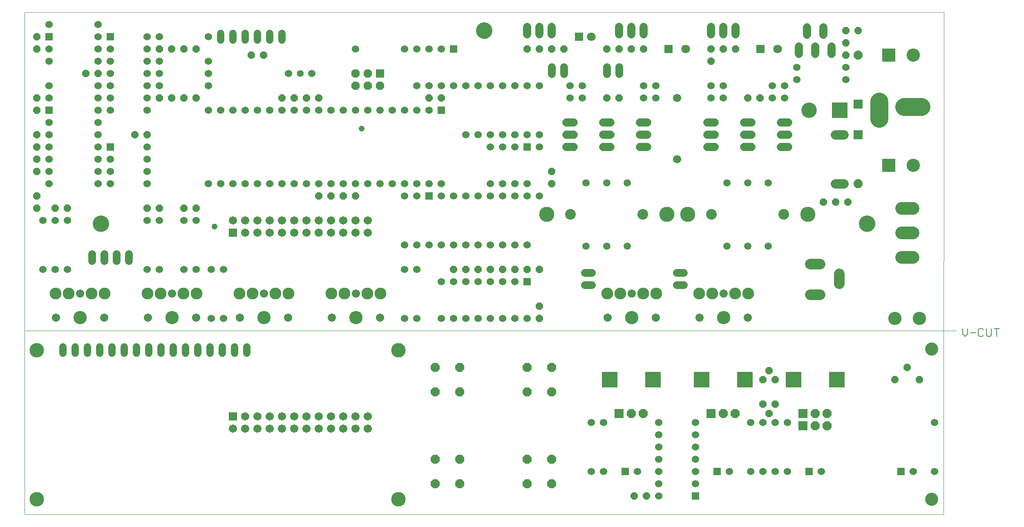
<source format=gbs>
G75*
%MOIN*%
%OFA0B0*%
%FSLAX24Y24*%
%IPPOS*%
%LPD*%
%AMOC8*
5,1,8,0,0,1.08239X$1,22.5*
%
%ADD10C,0.0000*%
%ADD11C,0.1340*%
%ADD12C,0.1064*%
%ADD13C,0.0060*%
%ADD14C,0.0867*%
%ADD15OC8,0.0600*%
%ADD16R,0.1080X0.1080*%
%ADD17C,0.1080*%
%ADD18C,0.0740*%
%ADD19R,0.0740X0.0740*%
%ADD20R,0.0600X0.0600*%
%ADD21C,0.0600*%
%ADD22C,0.0867*%
%ADD23C,0.0680*%
%ADD24C,0.0674*%
%ADD25C,0.0595*%
%ADD26C,0.1182*%
%ADD27C,0.0966*%
%ADD28C,0.0671*%
%ADD29C,0.1025*%
%ADD30R,0.0730X0.0730*%
%ADD31OC8,0.0730*%
%ADD32R,0.1307X0.1307*%
%ADD33OC8,0.0740*%
%ADD34C,0.0710*%
%ADD35R,0.0710X0.0710*%
%ADD36C,0.0640*%
%ADD37C,0.0780*%
%ADD38R,0.0674X0.0674*%
%ADD39C,0.0600*%
%ADD40OC8,0.0674*%
%ADD41C,0.1480*%
%ADD42C,0.0050*%
%ADD43C,0.0592*%
%ADD44C,0.1230*%
%ADD45C,0.0555*%
%ADD46C,0.1261*%
%ADD47OC8,0.0611*%
%ADD48C,0.0476*%
%ADD49R,0.1261X0.1261*%
D10*
X000500Y000250D02*
X000500Y015250D01*
X076500Y015250D01*
X074008Y013750D02*
X074010Y013794D01*
X074016Y013838D01*
X074026Y013881D01*
X074039Y013923D01*
X074057Y013963D01*
X074078Y014002D01*
X074102Y014039D01*
X074129Y014074D01*
X074160Y014106D01*
X074193Y014135D01*
X074229Y014161D01*
X074267Y014183D01*
X074307Y014202D01*
X074348Y014218D01*
X074391Y014230D01*
X074434Y014238D01*
X074478Y014242D01*
X074522Y014242D01*
X074566Y014238D01*
X074609Y014230D01*
X074652Y014218D01*
X074693Y014202D01*
X074733Y014183D01*
X074771Y014161D01*
X074807Y014135D01*
X074840Y014106D01*
X074871Y014074D01*
X074898Y014039D01*
X074922Y014002D01*
X074943Y013963D01*
X074961Y013923D01*
X074974Y013881D01*
X074984Y013838D01*
X074990Y013794D01*
X074992Y013750D01*
X074990Y013706D01*
X074984Y013662D01*
X074974Y013619D01*
X074961Y013577D01*
X074943Y013537D01*
X074922Y013498D01*
X074898Y013461D01*
X074871Y013426D01*
X074840Y013394D01*
X074807Y013365D01*
X074771Y013339D01*
X074733Y013317D01*
X074693Y013298D01*
X074652Y013282D01*
X074609Y013270D01*
X074566Y013262D01*
X074522Y013258D01*
X074478Y013258D01*
X074434Y013262D01*
X074391Y013270D01*
X074348Y013282D01*
X074307Y013298D01*
X074267Y013317D01*
X074229Y013339D01*
X074193Y013365D01*
X074160Y013394D01*
X074129Y013426D01*
X074102Y013461D01*
X074078Y013498D01*
X074057Y013537D01*
X074039Y013577D01*
X074026Y013619D01*
X074016Y013662D01*
X074010Y013706D01*
X074008Y013750D01*
X059213Y016313D02*
X059215Y016347D01*
X059221Y016381D01*
X059231Y016414D01*
X059244Y016445D01*
X059262Y016475D01*
X059282Y016503D01*
X059306Y016528D01*
X059332Y016550D01*
X059360Y016568D01*
X059391Y016584D01*
X059423Y016596D01*
X059457Y016604D01*
X059491Y016608D01*
X059525Y016608D01*
X059559Y016604D01*
X059593Y016596D01*
X059625Y016584D01*
X059655Y016568D01*
X059684Y016550D01*
X059710Y016528D01*
X059734Y016503D01*
X059754Y016475D01*
X059772Y016445D01*
X059785Y016414D01*
X059795Y016381D01*
X059801Y016347D01*
X059803Y016313D01*
X059801Y016279D01*
X059795Y016245D01*
X059785Y016212D01*
X059772Y016181D01*
X059754Y016151D01*
X059734Y016123D01*
X059710Y016098D01*
X059684Y016076D01*
X059656Y016058D01*
X059625Y016042D01*
X059593Y016030D01*
X059559Y016022D01*
X059525Y016018D01*
X059491Y016018D01*
X059457Y016022D01*
X059423Y016030D01*
X059391Y016042D01*
X059360Y016058D01*
X059332Y016076D01*
X059306Y016098D01*
X059282Y016123D01*
X059262Y016151D01*
X059244Y016181D01*
X059231Y016212D01*
X059221Y016245D01*
X059215Y016279D01*
X059213Y016313D01*
X055276Y016313D02*
X055278Y016347D01*
X055284Y016381D01*
X055294Y016414D01*
X055307Y016445D01*
X055325Y016475D01*
X055345Y016503D01*
X055369Y016528D01*
X055395Y016550D01*
X055423Y016568D01*
X055454Y016584D01*
X055486Y016596D01*
X055520Y016604D01*
X055554Y016608D01*
X055588Y016608D01*
X055622Y016604D01*
X055656Y016596D01*
X055688Y016584D01*
X055718Y016568D01*
X055747Y016550D01*
X055773Y016528D01*
X055797Y016503D01*
X055817Y016475D01*
X055835Y016445D01*
X055848Y016414D01*
X055858Y016381D01*
X055864Y016347D01*
X055866Y016313D01*
X055864Y016279D01*
X055858Y016245D01*
X055848Y016212D01*
X055835Y016181D01*
X055817Y016151D01*
X055797Y016123D01*
X055773Y016098D01*
X055747Y016076D01*
X055719Y016058D01*
X055688Y016042D01*
X055656Y016030D01*
X055622Y016022D01*
X055588Y016018D01*
X055554Y016018D01*
X055520Y016022D01*
X055486Y016030D01*
X055454Y016042D01*
X055423Y016058D01*
X055395Y016076D01*
X055369Y016098D01*
X055345Y016123D01*
X055325Y016151D01*
X055307Y016181D01*
X055294Y016212D01*
X055284Y016245D01*
X055278Y016279D01*
X055276Y016313D01*
X051713Y016313D02*
X051715Y016347D01*
X051721Y016381D01*
X051731Y016414D01*
X051744Y016445D01*
X051762Y016475D01*
X051782Y016503D01*
X051806Y016528D01*
X051832Y016550D01*
X051860Y016568D01*
X051891Y016584D01*
X051923Y016596D01*
X051957Y016604D01*
X051991Y016608D01*
X052025Y016608D01*
X052059Y016604D01*
X052093Y016596D01*
X052125Y016584D01*
X052155Y016568D01*
X052184Y016550D01*
X052210Y016528D01*
X052234Y016503D01*
X052254Y016475D01*
X052272Y016445D01*
X052285Y016414D01*
X052295Y016381D01*
X052301Y016347D01*
X052303Y016313D01*
X052301Y016279D01*
X052295Y016245D01*
X052285Y016212D01*
X052272Y016181D01*
X052254Y016151D01*
X052234Y016123D01*
X052210Y016098D01*
X052184Y016076D01*
X052156Y016058D01*
X052125Y016042D01*
X052093Y016030D01*
X052059Y016022D01*
X052025Y016018D01*
X051991Y016018D01*
X051957Y016022D01*
X051923Y016030D01*
X051891Y016042D01*
X051860Y016058D01*
X051832Y016076D01*
X051806Y016098D01*
X051782Y016123D01*
X051762Y016151D01*
X051744Y016181D01*
X051731Y016212D01*
X051721Y016245D01*
X051715Y016279D01*
X051713Y016313D01*
X049744Y018281D02*
X049746Y018315D01*
X049752Y018349D01*
X049762Y018382D01*
X049775Y018413D01*
X049793Y018443D01*
X049813Y018471D01*
X049837Y018496D01*
X049863Y018518D01*
X049891Y018536D01*
X049922Y018552D01*
X049954Y018564D01*
X049988Y018572D01*
X050022Y018576D01*
X050056Y018576D01*
X050090Y018572D01*
X050124Y018564D01*
X050156Y018552D01*
X050186Y018536D01*
X050215Y018518D01*
X050241Y018496D01*
X050265Y018471D01*
X050285Y018443D01*
X050303Y018413D01*
X050316Y018382D01*
X050326Y018349D01*
X050332Y018315D01*
X050334Y018281D01*
X050332Y018247D01*
X050326Y018213D01*
X050316Y018180D01*
X050303Y018149D01*
X050285Y018119D01*
X050265Y018091D01*
X050241Y018066D01*
X050215Y018044D01*
X050187Y018026D01*
X050156Y018010D01*
X050124Y017998D01*
X050090Y017990D01*
X050056Y017986D01*
X050022Y017986D01*
X049988Y017990D01*
X049954Y017998D01*
X049922Y018010D01*
X049891Y018026D01*
X049863Y018044D01*
X049837Y018066D01*
X049813Y018091D01*
X049793Y018119D01*
X049775Y018149D01*
X049762Y018180D01*
X049752Y018213D01*
X049746Y018247D01*
X049744Y018281D01*
X047776Y016313D02*
X047778Y016347D01*
X047784Y016381D01*
X047794Y016414D01*
X047807Y016445D01*
X047825Y016475D01*
X047845Y016503D01*
X047869Y016528D01*
X047895Y016550D01*
X047923Y016568D01*
X047954Y016584D01*
X047986Y016596D01*
X048020Y016604D01*
X048054Y016608D01*
X048088Y016608D01*
X048122Y016604D01*
X048156Y016596D01*
X048188Y016584D01*
X048218Y016568D01*
X048247Y016550D01*
X048273Y016528D01*
X048297Y016503D01*
X048317Y016475D01*
X048335Y016445D01*
X048348Y016414D01*
X048358Y016381D01*
X048364Y016347D01*
X048366Y016313D01*
X048364Y016279D01*
X048358Y016245D01*
X048348Y016212D01*
X048335Y016181D01*
X048317Y016151D01*
X048297Y016123D01*
X048273Y016098D01*
X048247Y016076D01*
X048219Y016058D01*
X048188Y016042D01*
X048156Y016030D01*
X048122Y016022D01*
X048088Y016018D01*
X048054Y016018D01*
X048020Y016022D01*
X047986Y016030D01*
X047954Y016042D01*
X047923Y016058D01*
X047895Y016076D01*
X047869Y016098D01*
X047845Y016123D01*
X047825Y016151D01*
X047807Y016181D01*
X047794Y016212D01*
X047784Y016245D01*
X047778Y016279D01*
X047776Y016313D01*
X057244Y018281D02*
X057246Y018315D01*
X057252Y018349D01*
X057262Y018382D01*
X057275Y018413D01*
X057293Y018443D01*
X057313Y018471D01*
X057337Y018496D01*
X057363Y018518D01*
X057391Y018536D01*
X057422Y018552D01*
X057454Y018564D01*
X057488Y018572D01*
X057522Y018576D01*
X057556Y018576D01*
X057590Y018572D01*
X057624Y018564D01*
X057656Y018552D01*
X057686Y018536D01*
X057715Y018518D01*
X057741Y018496D01*
X057765Y018471D01*
X057785Y018443D01*
X057803Y018413D01*
X057816Y018382D01*
X057826Y018349D01*
X057832Y018315D01*
X057834Y018281D01*
X057832Y018247D01*
X057826Y018213D01*
X057816Y018180D01*
X057803Y018149D01*
X057785Y018119D01*
X057765Y018091D01*
X057741Y018066D01*
X057715Y018044D01*
X057687Y018026D01*
X057656Y018010D01*
X057624Y017998D01*
X057590Y017990D01*
X057556Y017986D01*
X057522Y017986D01*
X057488Y017990D01*
X057454Y017998D01*
X057422Y018010D01*
X057391Y018026D01*
X057363Y018044D01*
X057337Y018066D01*
X057313Y018091D01*
X057293Y018119D01*
X057275Y018149D01*
X057262Y018180D01*
X057252Y018213D01*
X057246Y018247D01*
X057244Y018281D01*
X056151Y024750D02*
X056153Y024789D01*
X056159Y024828D01*
X056169Y024866D01*
X056182Y024903D01*
X056199Y024938D01*
X056219Y024972D01*
X056243Y025003D01*
X056270Y025032D01*
X056299Y025058D01*
X056331Y025081D01*
X056365Y025101D01*
X056401Y025117D01*
X056438Y025129D01*
X056477Y025138D01*
X056516Y025143D01*
X056555Y025144D01*
X056594Y025141D01*
X056633Y025134D01*
X056670Y025123D01*
X056707Y025109D01*
X056742Y025091D01*
X056775Y025070D01*
X056806Y025045D01*
X056834Y025018D01*
X056859Y024988D01*
X056881Y024955D01*
X056900Y024921D01*
X056915Y024885D01*
X056927Y024847D01*
X056935Y024809D01*
X056939Y024770D01*
X056939Y024730D01*
X056935Y024691D01*
X056927Y024653D01*
X056915Y024615D01*
X056900Y024579D01*
X056881Y024545D01*
X056859Y024512D01*
X056834Y024482D01*
X056806Y024455D01*
X056775Y024430D01*
X056742Y024409D01*
X056707Y024391D01*
X056670Y024377D01*
X056633Y024366D01*
X056594Y024359D01*
X056555Y024356D01*
X056516Y024357D01*
X056477Y024362D01*
X056438Y024371D01*
X056401Y024383D01*
X056365Y024399D01*
X056331Y024419D01*
X056299Y024442D01*
X056270Y024468D01*
X056243Y024497D01*
X056219Y024528D01*
X056199Y024562D01*
X056182Y024597D01*
X056169Y024634D01*
X056159Y024672D01*
X056153Y024711D01*
X056151Y024750D01*
X054025Y024750D02*
X054027Y024797D01*
X054033Y024845D01*
X054043Y024891D01*
X054056Y024937D01*
X054073Y024981D01*
X054094Y025024D01*
X054119Y025064D01*
X054146Y025103D01*
X054177Y025139D01*
X054211Y025173D01*
X054247Y025204D01*
X054286Y025231D01*
X054326Y025256D01*
X054369Y025277D01*
X054413Y025294D01*
X054459Y025307D01*
X054505Y025317D01*
X054553Y025323D01*
X054600Y025325D01*
X054647Y025323D01*
X054695Y025317D01*
X054741Y025307D01*
X054787Y025294D01*
X054831Y025277D01*
X054874Y025256D01*
X054914Y025231D01*
X054953Y025204D01*
X054989Y025173D01*
X055023Y025139D01*
X055054Y025103D01*
X055081Y025064D01*
X055106Y025024D01*
X055127Y024981D01*
X055144Y024937D01*
X055157Y024891D01*
X055167Y024845D01*
X055173Y024797D01*
X055175Y024750D01*
X055173Y024703D01*
X055167Y024655D01*
X055157Y024609D01*
X055144Y024563D01*
X055127Y024519D01*
X055106Y024476D01*
X055081Y024436D01*
X055054Y024397D01*
X055023Y024361D01*
X054989Y024327D01*
X054953Y024296D01*
X054914Y024269D01*
X054874Y024244D01*
X054831Y024223D01*
X054787Y024206D01*
X054741Y024193D01*
X054695Y024183D01*
X054647Y024177D01*
X054600Y024175D01*
X054553Y024177D01*
X054505Y024183D01*
X054459Y024193D01*
X054413Y024206D01*
X054369Y024223D01*
X054326Y024244D01*
X054286Y024269D01*
X054247Y024296D01*
X054211Y024327D01*
X054177Y024361D01*
X054146Y024397D01*
X054119Y024436D01*
X054094Y024476D01*
X054073Y024519D01*
X054056Y024563D01*
X054043Y024609D01*
X054033Y024655D01*
X054027Y024703D01*
X054025Y024750D01*
X052325Y024750D02*
X052327Y024797D01*
X052333Y024845D01*
X052343Y024891D01*
X052356Y024937D01*
X052373Y024981D01*
X052394Y025024D01*
X052419Y025064D01*
X052446Y025103D01*
X052477Y025139D01*
X052511Y025173D01*
X052547Y025204D01*
X052586Y025231D01*
X052626Y025256D01*
X052669Y025277D01*
X052713Y025294D01*
X052759Y025307D01*
X052805Y025317D01*
X052853Y025323D01*
X052900Y025325D01*
X052947Y025323D01*
X052995Y025317D01*
X053041Y025307D01*
X053087Y025294D01*
X053131Y025277D01*
X053174Y025256D01*
X053214Y025231D01*
X053253Y025204D01*
X053289Y025173D01*
X053323Y025139D01*
X053354Y025103D01*
X053381Y025064D01*
X053406Y025024D01*
X053427Y024981D01*
X053444Y024937D01*
X053457Y024891D01*
X053467Y024845D01*
X053473Y024797D01*
X053475Y024750D01*
X053473Y024703D01*
X053467Y024655D01*
X053457Y024609D01*
X053444Y024563D01*
X053427Y024519D01*
X053406Y024476D01*
X053381Y024436D01*
X053354Y024397D01*
X053323Y024361D01*
X053289Y024327D01*
X053253Y024296D01*
X053214Y024269D01*
X053174Y024244D01*
X053131Y024223D01*
X053087Y024206D01*
X053041Y024193D01*
X052995Y024183D01*
X052947Y024177D01*
X052900Y024175D01*
X052853Y024177D01*
X052805Y024183D01*
X052759Y024193D01*
X052713Y024206D01*
X052669Y024223D01*
X052626Y024244D01*
X052586Y024269D01*
X052547Y024296D01*
X052511Y024327D01*
X052477Y024361D01*
X052446Y024397D01*
X052419Y024436D01*
X052394Y024476D01*
X052373Y024519D01*
X052356Y024563D01*
X052343Y024609D01*
X052333Y024655D01*
X052327Y024703D01*
X052325Y024750D01*
X050551Y024750D02*
X050553Y024789D01*
X050559Y024828D01*
X050569Y024866D01*
X050582Y024903D01*
X050599Y024938D01*
X050619Y024972D01*
X050643Y025003D01*
X050670Y025032D01*
X050699Y025058D01*
X050731Y025081D01*
X050765Y025101D01*
X050801Y025117D01*
X050838Y025129D01*
X050877Y025138D01*
X050916Y025143D01*
X050955Y025144D01*
X050994Y025141D01*
X051033Y025134D01*
X051070Y025123D01*
X051107Y025109D01*
X051142Y025091D01*
X051175Y025070D01*
X051206Y025045D01*
X051234Y025018D01*
X051259Y024988D01*
X051281Y024955D01*
X051300Y024921D01*
X051315Y024885D01*
X051327Y024847D01*
X051335Y024809D01*
X051339Y024770D01*
X051339Y024730D01*
X051335Y024691D01*
X051327Y024653D01*
X051315Y024615D01*
X051300Y024579D01*
X051281Y024545D01*
X051259Y024512D01*
X051234Y024482D01*
X051206Y024455D01*
X051175Y024430D01*
X051142Y024409D01*
X051107Y024391D01*
X051070Y024377D01*
X051033Y024366D01*
X050994Y024359D01*
X050955Y024356D01*
X050916Y024357D01*
X050877Y024362D01*
X050838Y024371D01*
X050801Y024383D01*
X050765Y024399D01*
X050731Y024419D01*
X050699Y024442D01*
X050670Y024468D01*
X050643Y024497D01*
X050619Y024528D01*
X050599Y024562D01*
X050582Y024597D01*
X050569Y024634D01*
X050559Y024672D01*
X050553Y024711D01*
X050551Y024750D01*
X044651Y024750D02*
X044653Y024789D01*
X044659Y024828D01*
X044669Y024866D01*
X044682Y024903D01*
X044699Y024938D01*
X044719Y024972D01*
X044743Y025003D01*
X044770Y025032D01*
X044799Y025058D01*
X044831Y025081D01*
X044865Y025101D01*
X044901Y025117D01*
X044938Y025129D01*
X044977Y025138D01*
X045016Y025143D01*
X045055Y025144D01*
X045094Y025141D01*
X045133Y025134D01*
X045170Y025123D01*
X045207Y025109D01*
X045242Y025091D01*
X045275Y025070D01*
X045306Y025045D01*
X045334Y025018D01*
X045359Y024988D01*
X045381Y024955D01*
X045400Y024921D01*
X045415Y024885D01*
X045427Y024847D01*
X045435Y024809D01*
X045439Y024770D01*
X045439Y024730D01*
X045435Y024691D01*
X045427Y024653D01*
X045415Y024615D01*
X045400Y024579D01*
X045381Y024545D01*
X045359Y024512D01*
X045334Y024482D01*
X045306Y024455D01*
X045275Y024430D01*
X045242Y024409D01*
X045207Y024391D01*
X045170Y024377D01*
X045133Y024366D01*
X045094Y024359D01*
X045055Y024356D01*
X045016Y024357D01*
X044977Y024362D01*
X044938Y024371D01*
X044901Y024383D01*
X044865Y024399D01*
X044831Y024419D01*
X044799Y024442D01*
X044770Y024468D01*
X044743Y024497D01*
X044719Y024528D01*
X044699Y024562D01*
X044682Y024597D01*
X044669Y024634D01*
X044659Y024672D01*
X044653Y024711D01*
X044651Y024750D01*
X042525Y024750D02*
X042527Y024797D01*
X042533Y024845D01*
X042543Y024891D01*
X042556Y024937D01*
X042573Y024981D01*
X042594Y025024D01*
X042619Y025064D01*
X042646Y025103D01*
X042677Y025139D01*
X042711Y025173D01*
X042747Y025204D01*
X042786Y025231D01*
X042826Y025256D01*
X042869Y025277D01*
X042913Y025294D01*
X042959Y025307D01*
X043005Y025317D01*
X043053Y025323D01*
X043100Y025325D01*
X043147Y025323D01*
X043195Y025317D01*
X043241Y025307D01*
X043287Y025294D01*
X043331Y025277D01*
X043374Y025256D01*
X043414Y025231D01*
X043453Y025204D01*
X043489Y025173D01*
X043523Y025139D01*
X043554Y025103D01*
X043581Y025064D01*
X043606Y025024D01*
X043627Y024981D01*
X043644Y024937D01*
X043657Y024891D01*
X043667Y024845D01*
X043673Y024797D01*
X043675Y024750D01*
X043673Y024703D01*
X043667Y024655D01*
X043657Y024609D01*
X043644Y024563D01*
X043627Y024519D01*
X043606Y024476D01*
X043581Y024436D01*
X043554Y024397D01*
X043523Y024361D01*
X043489Y024327D01*
X043453Y024296D01*
X043414Y024269D01*
X043374Y024244D01*
X043331Y024223D01*
X043287Y024206D01*
X043241Y024193D01*
X043195Y024183D01*
X043147Y024177D01*
X043100Y024175D01*
X043053Y024177D01*
X043005Y024183D01*
X042959Y024193D01*
X042913Y024206D01*
X042869Y024223D01*
X042826Y024244D01*
X042786Y024269D01*
X042747Y024296D01*
X042711Y024327D01*
X042677Y024361D01*
X042646Y024397D01*
X042619Y024436D01*
X042594Y024476D01*
X042573Y024519D01*
X042556Y024563D01*
X042543Y024609D01*
X042533Y024655D01*
X042527Y024703D01*
X042525Y024750D01*
X027244Y018281D02*
X027246Y018315D01*
X027252Y018349D01*
X027262Y018382D01*
X027275Y018413D01*
X027293Y018443D01*
X027313Y018471D01*
X027337Y018496D01*
X027363Y018518D01*
X027391Y018536D01*
X027422Y018552D01*
X027454Y018564D01*
X027488Y018572D01*
X027522Y018576D01*
X027556Y018576D01*
X027590Y018572D01*
X027624Y018564D01*
X027656Y018552D01*
X027686Y018536D01*
X027715Y018518D01*
X027741Y018496D01*
X027765Y018471D01*
X027785Y018443D01*
X027803Y018413D01*
X027816Y018382D01*
X027826Y018349D01*
X027832Y018315D01*
X027834Y018281D01*
X027832Y018247D01*
X027826Y018213D01*
X027816Y018180D01*
X027803Y018149D01*
X027785Y018119D01*
X027765Y018091D01*
X027741Y018066D01*
X027715Y018044D01*
X027687Y018026D01*
X027656Y018010D01*
X027624Y017998D01*
X027590Y017990D01*
X027556Y017986D01*
X027522Y017986D01*
X027488Y017990D01*
X027454Y017998D01*
X027422Y018010D01*
X027391Y018026D01*
X027363Y018044D01*
X027337Y018066D01*
X027313Y018091D01*
X027293Y018119D01*
X027275Y018149D01*
X027262Y018180D01*
X027252Y018213D01*
X027246Y018247D01*
X027244Y018281D01*
X025276Y016313D02*
X025278Y016347D01*
X025284Y016381D01*
X025294Y016414D01*
X025307Y016445D01*
X025325Y016475D01*
X025345Y016503D01*
X025369Y016528D01*
X025395Y016550D01*
X025423Y016568D01*
X025454Y016584D01*
X025486Y016596D01*
X025520Y016604D01*
X025554Y016608D01*
X025588Y016608D01*
X025622Y016604D01*
X025656Y016596D01*
X025688Y016584D01*
X025718Y016568D01*
X025747Y016550D01*
X025773Y016528D01*
X025797Y016503D01*
X025817Y016475D01*
X025835Y016445D01*
X025848Y016414D01*
X025858Y016381D01*
X025864Y016347D01*
X025866Y016313D01*
X025864Y016279D01*
X025858Y016245D01*
X025848Y016212D01*
X025835Y016181D01*
X025817Y016151D01*
X025797Y016123D01*
X025773Y016098D01*
X025747Y016076D01*
X025719Y016058D01*
X025688Y016042D01*
X025656Y016030D01*
X025622Y016022D01*
X025588Y016018D01*
X025554Y016018D01*
X025520Y016022D01*
X025486Y016030D01*
X025454Y016042D01*
X025423Y016058D01*
X025395Y016076D01*
X025369Y016098D01*
X025345Y016123D01*
X025325Y016151D01*
X025307Y016181D01*
X025294Y016212D01*
X025284Y016245D01*
X025278Y016279D01*
X025276Y016313D01*
X021713Y016313D02*
X021715Y016347D01*
X021721Y016381D01*
X021731Y016414D01*
X021744Y016445D01*
X021762Y016475D01*
X021782Y016503D01*
X021806Y016528D01*
X021832Y016550D01*
X021860Y016568D01*
X021891Y016584D01*
X021923Y016596D01*
X021957Y016604D01*
X021991Y016608D01*
X022025Y016608D01*
X022059Y016604D01*
X022093Y016596D01*
X022125Y016584D01*
X022155Y016568D01*
X022184Y016550D01*
X022210Y016528D01*
X022234Y016503D01*
X022254Y016475D01*
X022272Y016445D01*
X022285Y016414D01*
X022295Y016381D01*
X022301Y016347D01*
X022303Y016313D01*
X022301Y016279D01*
X022295Y016245D01*
X022285Y016212D01*
X022272Y016181D01*
X022254Y016151D01*
X022234Y016123D01*
X022210Y016098D01*
X022184Y016076D01*
X022156Y016058D01*
X022125Y016042D01*
X022093Y016030D01*
X022059Y016022D01*
X022025Y016018D01*
X021991Y016018D01*
X021957Y016022D01*
X021923Y016030D01*
X021891Y016042D01*
X021860Y016058D01*
X021832Y016076D01*
X021806Y016098D01*
X021782Y016123D01*
X021762Y016151D01*
X021744Y016181D01*
X021731Y016212D01*
X021721Y016245D01*
X021715Y016279D01*
X021713Y016313D01*
X019744Y018281D02*
X019746Y018315D01*
X019752Y018349D01*
X019762Y018382D01*
X019775Y018413D01*
X019793Y018443D01*
X019813Y018471D01*
X019837Y018496D01*
X019863Y018518D01*
X019891Y018536D01*
X019922Y018552D01*
X019954Y018564D01*
X019988Y018572D01*
X020022Y018576D01*
X020056Y018576D01*
X020090Y018572D01*
X020124Y018564D01*
X020156Y018552D01*
X020186Y018536D01*
X020215Y018518D01*
X020241Y018496D01*
X020265Y018471D01*
X020285Y018443D01*
X020303Y018413D01*
X020316Y018382D01*
X020326Y018349D01*
X020332Y018315D01*
X020334Y018281D01*
X020332Y018247D01*
X020326Y018213D01*
X020316Y018180D01*
X020303Y018149D01*
X020285Y018119D01*
X020265Y018091D01*
X020241Y018066D01*
X020215Y018044D01*
X020187Y018026D01*
X020156Y018010D01*
X020124Y017998D01*
X020090Y017990D01*
X020056Y017986D01*
X020022Y017986D01*
X019988Y017990D01*
X019954Y017998D01*
X019922Y018010D01*
X019891Y018026D01*
X019863Y018044D01*
X019837Y018066D01*
X019813Y018091D01*
X019793Y018119D01*
X019775Y018149D01*
X019762Y018180D01*
X019752Y018213D01*
X019746Y018247D01*
X019744Y018281D01*
X017776Y016313D02*
X017778Y016347D01*
X017784Y016381D01*
X017794Y016414D01*
X017807Y016445D01*
X017825Y016475D01*
X017845Y016503D01*
X017869Y016528D01*
X017895Y016550D01*
X017923Y016568D01*
X017954Y016584D01*
X017986Y016596D01*
X018020Y016604D01*
X018054Y016608D01*
X018088Y016608D01*
X018122Y016604D01*
X018156Y016596D01*
X018188Y016584D01*
X018218Y016568D01*
X018247Y016550D01*
X018273Y016528D01*
X018297Y016503D01*
X018317Y016475D01*
X018335Y016445D01*
X018348Y016414D01*
X018358Y016381D01*
X018364Y016347D01*
X018366Y016313D01*
X018364Y016279D01*
X018358Y016245D01*
X018348Y016212D01*
X018335Y016181D01*
X018317Y016151D01*
X018297Y016123D01*
X018273Y016098D01*
X018247Y016076D01*
X018219Y016058D01*
X018188Y016042D01*
X018156Y016030D01*
X018122Y016022D01*
X018088Y016018D01*
X018054Y016018D01*
X018020Y016022D01*
X017986Y016030D01*
X017954Y016042D01*
X017923Y016058D01*
X017895Y016076D01*
X017869Y016098D01*
X017845Y016123D01*
X017825Y016151D01*
X017807Y016181D01*
X017794Y016212D01*
X017784Y016245D01*
X017778Y016279D01*
X017776Y016313D01*
X014213Y016313D02*
X014215Y016347D01*
X014221Y016381D01*
X014231Y016414D01*
X014244Y016445D01*
X014262Y016475D01*
X014282Y016503D01*
X014306Y016528D01*
X014332Y016550D01*
X014360Y016568D01*
X014391Y016584D01*
X014423Y016596D01*
X014457Y016604D01*
X014491Y016608D01*
X014525Y016608D01*
X014559Y016604D01*
X014593Y016596D01*
X014625Y016584D01*
X014655Y016568D01*
X014684Y016550D01*
X014710Y016528D01*
X014734Y016503D01*
X014754Y016475D01*
X014772Y016445D01*
X014785Y016414D01*
X014795Y016381D01*
X014801Y016347D01*
X014803Y016313D01*
X014801Y016279D01*
X014795Y016245D01*
X014785Y016212D01*
X014772Y016181D01*
X014754Y016151D01*
X014734Y016123D01*
X014710Y016098D01*
X014684Y016076D01*
X014656Y016058D01*
X014625Y016042D01*
X014593Y016030D01*
X014559Y016022D01*
X014525Y016018D01*
X014491Y016018D01*
X014457Y016022D01*
X014423Y016030D01*
X014391Y016042D01*
X014360Y016058D01*
X014332Y016076D01*
X014306Y016098D01*
X014282Y016123D01*
X014262Y016151D01*
X014244Y016181D01*
X014231Y016212D01*
X014221Y016245D01*
X014215Y016279D01*
X014213Y016313D01*
X010276Y016313D02*
X010278Y016347D01*
X010284Y016381D01*
X010294Y016414D01*
X010307Y016445D01*
X010325Y016475D01*
X010345Y016503D01*
X010369Y016528D01*
X010395Y016550D01*
X010423Y016568D01*
X010454Y016584D01*
X010486Y016596D01*
X010520Y016604D01*
X010554Y016608D01*
X010588Y016608D01*
X010622Y016604D01*
X010656Y016596D01*
X010688Y016584D01*
X010718Y016568D01*
X010747Y016550D01*
X010773Y016528D01*
X010797Y016503D01*
X010817Y016475D01*
X010835Y016445D01*
X010848Y016414D01*
X010858Y016381D01*
X010864Y016347D01*
X010866Y016313D01*
X010864Y016279D01*
X010858Y016245D01*
X010848Y016212D01*
X010835Y016181D01*
X010817Y016151D01*
X010797Y016123D01*
X010773Y016098D01*
X010747Y016076D01*
X010719Y016058D01*
X010688Y016042D01*
X010656Y016030D01*
X010622Y016022D01*
X010588Y016018D01*
X010554Y016018D01*
X010520Y016022D01*
X010486Y016030D01*
X010454Y016042D01*
X010423Y016058D01*
X010395Y016076D01*
X010369Y016098D01*
X010345Y016123D01*
X010325Y016151D01*
X010307Y016181D01*
X010294Y016212D01*
X010284Y016245D01*
X010278Y016279D01*
X010276Y016313D01*
X006713Y016313D02*
X006715Y016347D01*
X006721Y016381D01*
X006731Y016414D01*
X006744Y016445D01*
X006762Y016475D01*
X006782Y016503D01*
X006806Y016528D01*
X006832Y016550D01*
X006860Y016568D01*
X006891Y016584D01*
X006923Y016596D01*
X006957Y016604D01*
X006991Y016608D01*
X007025Y016608D01*
X007059Y016604D01*
X007093Y016596D01*
X007125Y016584D01*
X007155Y016568D01*
X007184Y016550D01*
X007210Y016528D01*
X007234Y016503D01*
X007254Y016475D01*
X007272Y016445D01*
X007285Y016414D01*
X007295Y016381D01*
X007301Y016347D01*
X007303Y016313D01*
X007301Y016279D01*
X007295Y016245D01*
X007285Y016212D01*
X007272Y016181D01*
X007254Y016151D01*
X007234Y016123D01*
X007210Y016098D01*
X007184Y016076D01*
X007156Y016058D01*
X007125Y016042D01*
X007093Y016030D01*
X007059Y016022D01*
X007025Y016018D01*
X006991Y016018D01*
X006957Y016022D01*
X006923Y016030D01*
X006891Y016042D01*
X006860Y016058D01*
X006832Y016076D01*
X006806Y016098D01*
X006782Y016123D01*
X006762Y016151D01*
X006744Y016181D01*
X006731Y016212D01*
X006721Y016245D01*
X006715Y016279D01*
X006713Y016313D01*
X004744Y018281D02*
X004746Y018315D01*
X004752Y018349D01*
X004762Y018382D01*
X004775Y018413D01*
X004793Y018443D01*
X004813Y018471D01*
X004837Y018496D01*
X004863Y018518D01*
X004891Y018536D01*
X004922Y018552D01*
X004954Y018564D01*
X004988Y018572D01*
X005022Y018576D01*
X005056Y018576D01*
X005090Y018572D01*
X005124Y018564D01*
X005156Y018552D01*
X005186Y018536D01*
X005215Y018518D01*
X005241Y018496D01*
X005265Y018471D01*
X005285Y018443D01*
X005303Y018413D01*
X005316Y018382D01*
X005326Y018349D01*
X005332Y018315D01*
X005334Y018281D01*
X005332Y018247D01*
X005326Y018213D01*
X005316Y018180D01*
X005303Y018149D01*
X005285Y018119D01*
X005265Y018091D01*
X005241Y018066D01*
X005215Y018044D01*
X005187Y018026D01*
X005156Y018010D01*
X005124Y017998D01*
X005090Y017990D01*
X005056Y017986D01*
X005022Y017986D01*
X004988Y017990D01*
X004954Y017998D01*
X004922Y018010D01*
X004891Y018026D01*
X004863Y018044D01*
X004837Y018066D01*
X004813Y018091D01*
X004793Y018119D01*
X004775Y018149D01*
X004762Y018180D01*
X004752Y018213D01*
X004746Y018247D01*
X004744Y018281D01*
X002776Y016313D02*
X002778Y016347D01*
X002784Y016381D01*
X002794Y016414D01*
X002807Y016445D01*
X002825Y016475D01*
X002845Y016503D01*
X002869Y016528D01*
X002895Y016550D01*
X002923Y016568D01*
X002954Y016584D01*
X002986Y016596D01*
X003020Y016604D01*
X003054Y016608D01*
X003088Y016608D01*
X003122Y016604D01*
X003156Y016596D01*
X003188Y016584D01*
X003218Y016568D01*
X003247Y016550D01*
X003273Y016528D01*
X003297Y016503D01*
X003317Y016475D01*
X003335Y016445D01*
X003348Y016414D01*
X003358Y016381D01*
X003364Y016347D01*
X003366Y016313D01*
X003364Y016279D01*
X003358Y016245D01*
X003348Y016212D01*
X003335Y016181D01*
X003317Y016151D01*
X003297Y016123D01*
X003273Y016098D01*
X003247Y016076D01*
X003219Y016058D01*
X003188Y016042D01*
X003156Y016030D01*
X003122Y016022D01*
X003088Y016018D01*
X003054Y016018D01*
X003020Y016022D01*
X002986Y016030D01*
X002954Y016042D01*
X002923Y016058D01*
X002895Y016076D01*
X002869Y016098D01*
X002845Y016123D01*
X002825Y016151D01*
X002807Y016181D01*
X002794Y016212D01*
X002784Y016245D01*
X002778Y016279D01*
X002776Y016313D01*
X000500Y015250D02*
X000500Y041250D01*
X075500Y041250D01*
X075492Y000250D01*
X000500Y000250D01*
X000949Y001500D02*
X000951Y001547D01*
X000957Y001593D01*
X000967Y001639D01*
X000980Y001684D01*
X000998Y001727D01*
X001019Y001769D01*
X001043Y001809D01*
X001071Y001846D01*
X001102Y001881D01*
X001136Y001914D01*
X001172Y001943D01*
X001211Y001969D01*
X001252Y001992D01*
X001295Y002011D01*
X001339Y002027D01*
X001384Y002039D01*
X001430Y002047D01*
X001477Y002051D01*
X001523Y002051D01*
X001570Y002047D01*
X001616Y002039D01*
X001661Y002027D01*
X001705Y002011D01*
X001748Y001992D01*
X001789Y001969D01*
X001828Y001943D01*
X001864Y001914D01*
X001898Y001881D01*
X001929Y001846D01*
X001957Y001809D01*
X001981Y001769D01*
X002002Y001727D01*
X002020Y001684D01*
X002033Y001639D01*
X002043Y001593D01*
X002049Y001547D01*
X002051Y001500D01*
X002049Y001453D01*
X002043Y001407D01*
X002033Y001361D01*
X002020Y001316D01*
X002002Y001273D01*
X001981Y001231D01*
X001957Y001191D01*
X001929Y001154D01*
X001898Y001119D01*
X001864Y001086D01*
X001828Y001057D01*
X001789Y001031D01*
X001748Y001008D01*
X001705Y000989D01*
X001661Y000973D01*
X001616Y000961D01*
X001570Y000953D01*
X001523Y000949D01*
X001477Y000949D01*
X001430Y000953D01*
X001384Y000961D01*
X001339Y000973D01*
X001295Y000989D01*
X001252Y001008D01*
X001211Y001031D01*
X001172Y001057D01*
X001136Y001086D01*
X001102Y001119D01*
X001071Y001154D01*
X001043Y001191D01*
X001019Y001231D01*
X000998Y001273D01*
X000980Y001316D01*
X000967Y001361D01*
X000957Y001407D01*
X000951Y001453D01*
X000949Y001500D01*
X000949Y013673D02*
X000951Y013720D01*
X000957Y013766D01*
X000967Y013812D01*
X000980Y013857D01*
X000998Y013900D01*
X001019Y013942D01*
X001043Y013982D01*
X001071Y014019D01*
X001102Y014054D01*
X001136Y014087D01*
X001172Y014116D01*
X001211Y014142D01*
X001252Y014165D01*
X001295Y014184D01*
X001339Y014200D01*
X001384Y014212D01*
X001430Y014220D01*
X001477Y014224D01*
X001523Y014224D01*
X001570Y014220D01*
X001616Y014212D01*
X001661Y014200D01*
X001705Y014184D01*
X001748Y014165D01*
X001789Y014142D01*
X001828Y014116D01*
X001864Y014087D01*
X001898Y014054D01*
X001929Y014019D01*
X001957Y013982D01*
X001981Y013942D01*
X002002Y013900D01*
X002020Y013857D01*
X002033Y013812D01*
X002043Y013766D01*
X002049Y013720D01*
X002051Y013673D01*
X002049Y013626D01*
X002043Y013580D01*
X002033Y013534D01*
X002020Y013489D01*
X002002Y013446D01*
X001981Y013404D01*
X001957Y013364D01*
X001929Y013327D01*
X001898Y013292D01*
X001864Y013259D01*
X001828Y013230D01*
X001789Y013204D01*
X001748Y013181D01*
X001705Y013162D01*
X001661Y013146D01*
X001616Y013134D01*
X001570Y013126D01*
X001523Y013122D01*
X001477Y013122D01*
X001430Y013126D01*
X001384Y013134D01*
X001339Y013146D01*
X001295Y013162D01*
X001252Y013181D01*
X001211Y013204D01*
X001172Y013230D01*
X001136Y013259D01*
X001102Y013292D01*
X001071Y013327D01*
X001043Y013364D01*
X001019Y013404D01*
X000998Y013446D01*
X000980Y013489D01*
X000967Y013534D01*
X000957Y013580D01*
X000951Y013626D01*
X000949Y013673D01*
X012244Y018281D02*
X012246Y018315D01*
X012252Y018349D01*
X012262Y018382D01*
X012275Y018413D01*
X012293Y018443D01*
X012313Y018471D01*
X012337Y018496D01*
X012363Y018518D01*
X012391Y018536D01*
X012422Y018552D01*
X012454Y018564D01*
X012488Y018572D01*
X012522Y018576D01*
X012556Y018576D01*
X012590Y018572D01*
X012624Y018564D01*
X012656Y018552D01*
X012686Y018536D01*
X012715Y018518D01*
X012741Y018496D01*
X012765Y018471D01*
X012785Y018443D01*
X012803Y018413D01*
X012816Y018382D01*
X012826Y018349D01*
X012832Y018315D01*
X012834Y018281D01*
X012832Y018247D01*
X012826Y018213D01*
X012816Y018180D01*
X012803Y018149D01*
X012785Y018119D01*
X012765Y018091D01*
X012741Y018066D01*
X012715Y018044D01*
X012687Y018026D01*
X012656Y018010D01*
X012624Y017998D01*
X012590Y017990D01*
X012556Y017986D01*
X012522Y017986D01*
X012488Y017990D01*
X012454Y017998D01*
X012422Y018010D01*
X012391Y018026D01*
X012363Y018044D01*
X012337Y018066D01*
X012313Y018091D01*
X012293Y018119D01*
X012275Y018149D01*
X012262Y018180D01*
X012252Y018213D01*
X012246Y018247D01*
X012244Y018281D01*
X006120Y024000D02*
X006122Y024050D01*
X006128Y024100D01*
X006138Y024149D01*
X006152Y024197D01*
X006169Y024244D01*
X006190Y024289D01*
X006215Y024333D01*
X006243Y024374D01*
X006275Y024413D01*
X006309Y024450D01*
X006346Y024484D01*
X006386Y024514D01*
X006428Y024541D01*
X006472Y024565D01*
X006518Y024586D01*
X006565Y024602D01*
X006613Y024615D01*
X006663Y024624D01*
X006712Y024629D01*
X006763Y024630D01*
X006813Y024627D01*
X006862Y024620D01*
X006911Y024609D01*
X006959Y024594D01*
X007005Y024576D01*
X007050Y024554D01*
X007093Y024528D01*
X007134Y024499D01*
X007173Y024467D01*
X007209Y024432D01*
X007241Y024394D01*
X007271Y024354D01*
X007298Y024311D01*
X007321Y024267D01*
X007340Y024221D01*
X007356Y024173D01*
X007368Y024124D01*
X007376Y024075D01*
X007380Y024025D01*
X007380Y023975D01*
X007376Y023925D01*
X007368Y023876D01*
X007356Y023827D01*
X007340Y023779D01*
X007321Y023733D01*
X007298Y023689D01*
X007271Y023646D01*
X007241Y023606D01*
X007209Y023568D01*
X007173Y023533D01*
X007134Y023501D01*
X007093Y023472D01*
X007050Y023446D01*
X007005Y023424D01*
X006959Y023406D01*
X006911Y023391D01*
X006862Y023380D01*
X006813Y023373D01*
X006763Y023370D01*
X006712Y023371D01*
X006663Y023376D01*
X006613Y023385D01*
X006565Y023398D01*
X006518Y023414D01*
X006472Y023435D01*
X006428Y023459D01*
X006386Y023486D01*
X006346Y023516D01*
X006309Y023550D01*
X006275Y023587D01*
X006243Y023626D01*
X006215Y023667D01*
X006190Y023711D01*
X006169Y023756D01*
X006152Y023803D01*
X006138Y023851D01*
X006128Y023900D01*
X006122Y023950D01*
X006120Y024000D01*
X029213Y016313D02*
X029215Y016347D01*
X029221Y016381D01*
X029231Y016414D01*
X029244Y016445D01*
X029262Y016475D01*
X029282Y016503D01*
X029306Y016528D01*
X029332Y016550D01*
X029360Y016568D01*
X029391Y016584D01*
X029423Y016596D01*
X029457Y016604D01*
X029491Y016608D01*
X029525Y016608D01*
X029559Y016604D01*
X029593Y016596D01*
X029625Y016584D01*
X029655Y016568D01*
X029684Y016550D01*
X029710Y016528D01*
X029734Y016503D01*
X029754Y016475D01*
X029772Y016445D01*
X029785Y016414D01*
X029795Y016381D01*
X029801Y016347D01*
X029803Y016313D01*
X029801Y016279D01*
X029795Y016245D01*
X029785Y016212D01*
X029772Y016181D01*
X029754Y016151D01*
X029734Y016123D01*
X029710Y016098D01*
X029684Y016076D01*
X029656Y016058D01*
X029625Y016042D01*
X029593Y016030D01*
X029559Y016022D01*
X029525Y016018D01*
X029491Y016018D01*
X029457Y016022D01*
X029423Y016030D01*
X029391Y016042D01*
X029360Y016058D01*
X029332Y016076D01*
X029306Y016098D01*
X029282Y016123D01*
X029262Y016151D01*
X029244Y016181D01*
X029231Y016212D01*
X029221Y016245D01*
X029215Y016279D01*
X029213Y016313D01*
X030445Y013673D02*
X030447Y013720D01*
X030453Y013766D01*
X030463Y013812D01*
X030476Y013857D01*
X030494Y013900D01*
X030515Y013942D01*
X030539Y013982D01*
X030567Y014019D01*
X030598Y014054D01*
X030632Y014087D01*
X030668Y014116D01*
X030707Y014142D01*
X030748Y014165D01*
X030791Y014184D01*
X030835Y014200D01*
X030880Y014212D01*
X030926Y014220D01*
X030973Y014224D01*
X031019Y014224D01*
X031066Y014220D01*
X031112Y014212D01*
X031157Y014200D01*
X031201Y014184D01*
X031244Y014165D01*
X031285Y014142D01*
X031324Y014116D01*
X031360Y014087D01*
X031394Y014054D01*
X031425Y014019D01*
X031453Y013982D01*
X031477Y013942D01*
X031498Y013900D01*
X031516Y013857D01*
X031529Y013812D01*
X031539Y013766D01*
X031545Y013720D01*
X031547Y013673D01*
X031545Y013626D01*
X031539Y013580D01*
X031529Y013534D01*
X031516Y013489D01*
X031498Y013446D01*
X031477Y013404D01*
X031453Y013364D01*
X031425Y013327D01*
X031394Y013292D01*
X031360Y013259D01*
X031324Y013230D01*
X031285Y013204D01*
X031244Y013181D01*
X031201Y013162D01*
X031157Y013146D01*
X031112Y013134D01*
X031066Y013126D01*
X031019Y013122D01*
X030973Y013122D01*
X030926Y013126D01*
X030880Y013134D01*
X030835Y013146D01*
X030791Y013162D01*
X030748Y013181D01*
X030707Y013204D01*
X030668Y013230D01*
X030632Y013259D01*
X030598Y013292D01*
X030567Y013327D01*
X030539Y013364D01*
X030515Y013404D01*
X030494Y013446D01*
X030476Y013489D01*
X030463Y013534D01*
X030453Y013580D01*
X030447Y013626D01*
X030445Y013673D01*
X030445Y001500D02*
X030447Y001547D01*
X030453Y001593D01*
X030463Y001639D01*
X030476Y001684D01*
X030494Y001727D01*
X030515Y001769D01*
X030539Y001809D01*
X030567Y001846D01*
X030598Y001881D01*
X030632Y001914D01*
X030668Y001943D01*
X030707Y001969D01*
X030748Y001992D01*
X030791Y002011D01*
X030835Y002027D01*
X030880Y002039D01*
X030926Y002047D01*
X030973Y002051D01*
X031019Y002051D01*
X031066Y002047D01*
X031112Y002039D01*
X031157Y002027D01*
X031201Y002011D01*
X031244Y001992D01*
X031285Y001969D01*
X031324Y001943D01*
X031360Y001914D01*
X031394Y001881D01*
X031425Y001846D01*
X031453Y001809D01*
X031477Y001769D01*
X031498Y001727D01*
X031516Y001684D01*
X031529Y001639D01*
X031539Y001593D01*
X031545Y001547D01*
X031547Y001500D01*
X031545Y001453D01*
X031539Y001407D01*
X031529Y001361D01*
X031516Y001316D01*
X031498Y001273D01*
X031477Y001231D01*
X031453Y001191D01*
X031425Y001154D01*
X031394Y001119D01*
X031360Y001086D01*
X031324Y001057D01*
X031285Y001031D01*
X031244Y001008D01*
X031201Y000989D01*
X031157Y000973D01*
X031112Y000961D01*
X031066Y000953D01*
X031019Y000949D01*
X030973Y000949D01*
X030926Y000953D01*
X030880Y000961D01*
X030835Y000973D01*
X030791Y000989D01*
X030748Y001008D01*
X030707Y001031D01*
X030668Y001057D01*
X030632Y001086D01*
X030598Y001119D01*
X030567Y001154D01*
X030539Y001191D01*
X030515Y001231D01*
X030494Y001273D01*
X030476Y001316D01*
X030463Y001361D01*
X030453Y001407D01*
X030447Y001453D01*
X030445Y001500D01*
X068620Y024000D02*
X068622Y024050D01*
X068628Y024100D01*
X068638Y024149D01*
X068652Y024197D01*
X068669Y024244D01*
X068690Y024289D01*
X068715Y024333D01*
X068743Y024374D01*
X068775Y024413D01*
X068809Y024450D01*
X068846Y024484D01*
X068886Y024514D01*
X068928Y024541D01*
X068972Y024565D01*
X069018Y024586D01*
X069065Y024602D01*
X069113Y024615D01*
X069163Y024624D01*
X069212Y024629D01*
X069263Y024630D01*
X069313Y024627D01*
X069362Y024620D01*
X069411Y024609D01*
X069459Y024594D01*
X069505Y024576D01*
X069550Y024554D01*
X069593Y024528D01*
X069634Y024499D01*
X069673Y024467D01*
X069709Y024432D01*
X069741Y024394D01*
X069771Y024354D01*
X069798Y024311D01*
X069821Y024267D01*
X069840Y024221D01*
X069856Y024173D01*
X069868Y024124D01*
X069876Y024075D01*
X069880Y024025D01*
X069880Y023975D01*
X069876Y023925D01*
X069868Y023876D01*
X069856Y023827D01*
X069840Y023779D01*
X069821Y023733D01*
X069798Y023689D01*
X069771Y023646D01*
X069741Y023606D01*
X069709Y023568D01*
X069673Y023533D01*
X069634Y023501D01*
X069593Y023472D01*
X069550Y023446D01*
X069505Y023424D01*
X069459Y023406D01*
X069411Y023391D01*
X069362Y023380D01*
X069313Y023373D01*
X069263Y023370D01*
X069212Y023371D01*
X069163Y023376D01*
X069113Y023385D01*
X069065Y023398D01*
X069018Y023414D01*
X068972Y023435D01*
X068928Y023459D01*
X068886Y023486D01*
X068846Y023516D01*
X068809Y023550D01*
X068775Y023587D01*
X068743Y023626D01*
X068715Y023667D01*
X068690Y023711D01*
X068669Y023756D01*
X068652Y023803D01*
X068638Y023851D01*
X068628Y023900D01*
X068622Y023950D01*
X068620Y024000D01*
X063825Y024750D02*
X063827Y024797D01*
X063833Y024845D01*
X063843Y024891D01*
X063856Y024937D01*
X063873Y024981D01*
X063894Y025024D01*
X063919Y025064D01*
X063946Y025103D01*
X063977Y025139D01*
X064011Y025173D01*
X064047Y025204D01*
X064086Y025231D01*
X064126Y025256D01*
X064169Y025277D01*
X064213Y025294D01*
X064259Y025307D01*
X064305Y025317D01*
X064353Y025323D01*
X064400Y025325D01*
X064447Y025323D01*
X064495Y025317D01*
X064541Y025307D01*
X064587Y025294D01*
X064631Y025277D01*
X064674Y025256D01*
X064714Y025231D01*
X064753Y025204D01*
X064789Y025173D01*
X064823Y025139D01*
X064854Y025103D01*
X064881Y025064D01*
X064906Y025024D01*
X064927Y024981D01*
X064944Y024937D01*
X064957Y024891D01*
X064967Y024845D01*
X064973Y024797D01*
X064975Y024750D01*
X064973Y024703D01*
X064967Y024655D01*
X064957Y024609D01*
X064944Y024563D01*
X064927Y024519D01*
X064906Y024476D01*
X064881Y024436D01*
X064854Y024397D01*
X064823Y024361D01*
X064789Y024327D01*
X064753Y024296D01*
X064714Y024269D01*
X064674Y024244D01*
X064631Y024223D01*
X064587Y024206D01*
X064541Y024193D01*
X064495Y024183D01*
X064447Y024177D01*
X064400Y024175D01*
X064353Y024177D01*
X064305Y024183D01*
X064259Y024193D01*
X064213Y024206D01*
X064169Y024223D01*
X064126Y024244D01*
X064086Y024269D01*
X064047Y024296D01*
X064011Y024327D01*
X063977Y024361D01*
X063946Y024397D01*
X063919Y024436D01*
X063894Y024476D01*
X063873Y024519D01*
X063856Y024563D01*
X063843Y024609D01*
X063833Y024655D01*
X063827Y024703D01*
X063825Y024750D01*
X062061Y024750D02*
X062063Y024789D01*
X062069Y024828D01*
X062079Y024866D01*
X062092Y024903D01*
X062109Y024938D01*
X062129Y024972D01*
X062153Y025003D01*
X062180Y025032D01*
X062209Y025058D01*
X062241Y025081D01*
X062275Y025101D01*
X062311Y025117D01*
X062348Y025129D01*
X062387Y025138D01*
X062426Y025143D01*
X062465Y025144D01*
X062504Y025141D01*
X062543Y025134D01*
X062580Y025123D01*
X062617Y025109D01*
X062652Y025091D01*
X062685Y025070D01*
X062716Y025045D01*
X062744Y025018D01*
X062769Y024988D01*
X062791Y024955D01*
X062810Y024921D01*
X062825Y024885D01*
X062837Y024847D01*
X062845Y024809D01*
X062849Y024770D01*
X062849Y024730D01*
X062845Y024691D01*
X062837Y024653D01*
X062825Y024615D01*
X062810Y024579D01*
X062791Y024545D01*
X062769Y024512D01*
X062744Y024482D01*
X062716Y024455D01*
X062685Y024430D01*
X062652Y024409D01*
X062617Y024391D01*
X062580Y024377D01*
X062543Y024366D01*
X062504Y024359D01*
X062465Y024356D01*
X062426Y024357D01*
X062387Y024362D01*
X062348Y024371D01*
X062311Y024383D01*
X062275Y024399D01*
X062241Y024419D01*
X062209Y024442D01*
X062180Y024468D01*
X062153Y024497D01*
X062129Y024528D01*
X062109Y024562D01*
X062092Y024597D01*
X062079Y024634D01*
X062069Y024672D01*
X062063Y024711D01*
X062061Y024750D01*
X037370Y039750D02*
X037372Y039800D01*
X037378Y039850D01*
X037388Y039899D01*
X037402Y039947D01*
X037419Y039994D01*
X037440Y040039D01*
X037465Y040083D01*
X037493Y040124D01*
X037525Y040163D01*
X037559Y040200D01*
X037596Y040234D01*
X037636Y040264D01*
X037678Y040291D01*
X037722Y040315D01*
X037768Y040336D01*
X037815Y040352D01*
X037863Y040365D01*
X037913Y040374D01*
X037962Y040379D01*
X038013Y040380D01*
X038063Y040377D01*
X038112Y040370D01*
X038161Y040359D01*
X038209Y040344D01*
X038255Y040326D01*
X038300Y040304D01*
X038343Y040278D01*
X038384Y040249D01*
X038423Y040217D01*
X038459Y040182D01*
X038491Y040144D01*
X038521Y040104D01*
X038548Y040061D01*
X038571Y040017D01*
X038590Y039971D01*
X038606Y039923D01*
X038618Y039874D01*
X038626Y039825D01*
X038630Y039775D01*
X038630Y039725D01*
X038626Y039675D01*
X038618Y039626D01*
X038606Y039577D01*
X038590Y039529D01*
X038571Y039483D01*
X038548Y039439D01*
X038521Y039396D01*
X038491Y039356D01*
X038459Y039318D01*
X038423Y039283D01*
X038384Y039251D01*
X038343Y039222D01*
X038300Y039196D01*
X038255Y039174D01*
X038209Y039156D01*
X038161Y039141D01*
X038112Y039130D01*
X038063Y039123D01*
X038013Y039120D01*
X037962Y039121D01*
X037913Y039126D01*
X037863Y039135D01*
X037815Y039148D01*
X037768Y039164D01*
X037722Y039185D01*
X037678Y039209D01*
X037636Y039236D01*
X037596Y039266D01*
X037559Y039300D01*
X037525Y039337D01*
X037493Y039376D01*
X037465Y039417D01*
X037440Y039461D01*
X037419Y039506D01*
X037402Y039553D01*
X037388Y039601D01*
X037378Y039650D01*
X037372Y039700D01*
X037370Y039750D01*
X074008Y001500D02*
X074010Y001544D01*
X074016Y001588D01*
X074026Y001631D01*
X074039Y001673D01*
X074057Y001713D01*
X074078Y001752D01*
X074102Y001789D01*
X074129Y001824D01*
X074160Y001856D01*
X074193Y001885D01*
X074229Y001911D01*
X074267Y001933D01*
X074307Y001952D01*
X074348Y001968D01*
X074391Y001980D01*
X074434Y001988D01*
X074478Y001992D01*
X074522Y001992D01*
X074566Y001988D01*
X074609Y001980D01*
X074652Y001968D01*
X074693Y001952D01*
X074733Y001933D01*
X074771Y001911D01*
X074807Y001885D01*
X074840Y001856D01*
X074871Y001824D01*
X074898Y001789D01*
X074922Y001752D01*
X074943Y001713D01*
X074961Y001673D01*
X074974Y001631D01*
X074984Y001588D01*
X074990Y001544D01*
X074992Y001500D01*
X074990Y001456D01*
X074984Y001412D01*
X074974Y001369D01*
X074961Y001327D01*
X074943Y001287D01*
X074922Y001248D01*
X074898Y001211D01*
X074871Y001176D01*
X074840Y001144D01*
X074807Y001115D01*
X074771Y001089D01*
X074733Y001067D01*
X074693Y001048D01*
X074652Y001032D01*
X074609Y001020D01*
X074566Y001012D01*
X074522Y001008D01*
X074478Y001008D01*
X074434Y001012D01*
X074391Y001020D01*
X074348Y001032D01*
X074307Y001048D01*
X074267Y001067D01*
X074229Y001089D01*
X074193Y001115D01*
X074160Y001144D01*
X074129Y001176D01*
X074102Y001211D01*
X074078Y001248D01*
X074057Y001287D01*
X074039Y001327D01*
X074026Y001369D01*
X074016Y001412D01*
X074010Y001456D01*
X074008Y001500D01*
D11*
X069250Y024000D03*
X038000Y039750D03*
X006750Y024000D03*
D12*
X074500Y013750D03*
X074500Y001500D03*
D13*
X077244Y014780D02*
X077457Y014994D01*
X077457Y015421D01*
X077675Y015100D02*
X078102Y015100D01*
X078319Y015314D02*
X078319Y014887D01*
X078426Y014780D01*
X078639Y014780D01*
X078746Y014887D01*
X078964Y014887D02*
X079070Y014780D01*
X079284Y014780D01*
X079391Y014887D01*
X079391Y015421D01*
X079608Y015421D02*
X080035Y015421D01*
X079822Y015421D02*
X079822Y014780D01*
X078964Y014887D02*
X078964Y015421D01*
X078746Y015314D02*
X078639Y015421D01*
X078426Y015421D01*
X078319Y015314D01*
X077244Y014780D02*
X077030Y014994D01*
X077030Y015421D01*
D14*
X062455Y024750D03*
X056545Y024750D03*
X050945Y024750D03*
X045045Y024750D03*
D15*
X043500Y027250D03*
X043500Y028250D03*
X048000Y034250D03*
X049000Y034250D03*
X049000Y038250D03*
X048000Y038250D03*
X050000Y038250D03*
X051000Y038250D03*
X056500Y038250D03*
X057500Y038250D03*
X058500Y038250D03*
X056500Y037250D03*
X059500Y034250D03*
X060500Y034250D03*
X067500Y037750D03*
X067500Y038750D03*
X067500Y039750D03*
X068500Y039750D03*
X044500Y038250D03*
X043500Y038250D03*
X042500Y038250D03*
X041500Y038250D03*
X034500Y034250D03*
X033500Y034250D03*
X024500Y034250D03*
X023500Y034250D03*
X022500Y034250D03*
X021500Y034250D03*
X020000Y037750D03*
X019000Y037750D03*
X014500Y038250D03*
X013500Y038250D03*
X012500Y038250D03*
X011500Y038250D03*
X006500Y036250D03*
X005500Y036250D03*
X001500Y034250D03*
X001500Y033250D03*
X001500Y031250D03*
X001500Y030250D03*
X001500Y029250D03*
X001500Y028250D03*
X001500Y026250D03*
X001500Y025250D03*
X003000Y025250D03*
X004000Y025250D03*
X010500Y025250D03*
X011500Y025250D03*
X013500Y025250D03*
X014500Y025250D03*
X024500Y026250D03*
X025500Y026250D03*
X026500Y026250D03*
X027500Y026250D03*
X035500Y020250D03*
X036500Y020250D03*
X037500Y020250D03*
X038500Y020250D03*
X039500Y020250D03*
X040500Y020250D03*
X041500Y020250D03*
X042500Y020250D03*
X042500Y017250D03*
X042500Y016250D03*
X060750Y011250D03*
X061250Y012000D03*
X061750Y011250D03*
X061750Y009250D03*
X060750Y009250D03*
X061250Y008500D03*
X071500Y011250D03*
X072500Y012250D03*
X073500Y011250D03*
X051250Y001750D03*
X050250Y001750D03*
X065669Y025750D03*
X067669Y025750D03*
X014500Y034250D03*
X013500Y034250D03*
X012500Y034250D03*
X011500Y034250D03*
X010500Y031250D03*
X009500Y031250D03*
X001500Y038250D03*
X001500Y039250D03*
D16*
X071000Y037750D03*
X071000Y028750D03*
D17*
X073000Y028750D03*
X073000Y037750D03*
X073500Y016250D03*
X071500Y016250D03*
X057539Y016313D03*
X050039Y016313D03*
X027539Y016313D03*
X020039Y016313D03*
X012539Y016313D03*
X005039Y016313D03*
D18*
X068500Y027250D03*
X068500Y037750D03*
D19*
X068500Y033750D03*
X068500Y031250D03*
D20*
X041500Y030250D03*
X034500Y033250D03*
X035500Y038250D03*
X033500Y026250D03*
X041500Y019250D03*
X049500Y003750D03*
X055250Y001750D03*
X057000Y003750D03*
X064500Y003750D03*
X072000Y003750D03*
X007500Y030250D03*
X002500Y033250D03*
X002500Y039250D03*
X007500Y039250D03*
D21*
X006500Y039250D03*
X006500Y038250D03*
X007500Y038250D03*
X007500Y037250D03*
X006500Y037250D03*
X007500Y036250D03*
X007500Y035250D03*
X006500Y035250D03*
X006500Y034250D03*
X007500Y034250D03*
X007500Y033250D03*
X006500Y033250D03*
X006500Y032250D03*
X006500Y031250D03*
X006500Y030250D03*
X006500Y029250D03*
X007500Y029250D03*
X007500Y028250D03*
X006500Y028250D03*
X006500Y027250D03*
X007500Y027250D03*
X010500Y027250D03*
X010500Y028250D03*
X010500Y029250D03*
X010500Y030250D03*
X015500Y027250D03*
X016500Y027250D03*
X017500Y027250D03*
X018500Y027250D03*
X019500Y027250D03*
X020500Y027250D03*
X021500Y027250D03*
X022500Y027250D03*
X023500Y027250D03*
X024500Y027250D03*
X025500Y027250D03*
X026500Y027250D03*
X027500Y027250D03*
X028500Y027250D03*
X029500Y027250D03*
X030500Y027250D03*
X031500Y027250D03*
X032500Y027250D03*
X033500Y027250D03*
X034500Y027250D03*
X034500Y026250D03*
X035500Y026250D03*
X036500Y026250D03*
X037500Y026250D03*
X038500Y026250D03*
X038500Y027250D03*
X039500Y027250D03*
X040500Y027250D03*
X041500Y027250D03*
X041500Y026250D03*
X040500Y026250D03*
X039500Y026250D03*
X042500Y026250D03*
X042500Y030250D03*
X040500Y030250D03*
X039500Y030250D03*
X038500Y030250D03*
X038500Y031250D03*
X037500Y031250D03*
X036500Y031250D03*
X039500Y031250D03*
X040500Y031250D03*
X041500Y031250D03*
X042500Y031250D03*
X045000Y034250D03*
X046000Y034250D03*
X046000Y035250D03*
X045000Y035250D03*
X042500Y035250D03*
X041500Y035250D03*
X040500Y035250D03*
X039500Y035250D03*
X038500Y035250D03*
X037500Y035250D03*
X036500Y035250D03*
X035500Y035250D03*
X034500Y035250D03*
X033500Y035250D03*
X032500Y035250D03*
X032500Y033250D03*
X031500Y033250D03*
X030500Y033250D03*
X029500Y033250D03*
X028500Y033250D03*
X027500Y033250D03*
X026500Y033250D03*
X025500Y033250D03*
X024500Y033250D03*
X023500Y033250D03*
X022500Y033250D03*
X021500Y033250D03*
X020500Y033250D03*
X019500Y033250D03*
X018500Y033250D03*
X017500Y033250D03*
X016500Y033250D03*
X015500Y033250D03*
X015500Y035250D03*
X015500Y036250D03*
X015500Y037250D03*
X015500Y039250D03*
X011500Y039250D03*
X010500Y039250D03*
X010500Y038250D03*
X010500Y037250D03*
X011500Y037250D03*
X011500Y036250D03*
X010500Y036250D03*
X010500Y035250D03*
X011500Y035250D03*
X010500Y034250D03*
X010500Y033250D03*
X002500Y032250D03*
X002500Y031250D03*
X002500Y030250D03*
X002500Y029250D03*
X002500Y028250D03*
X002500Y027250D03*
X002000Y024250D03*
X003000Y024250D03*
X004000Y024250D03*
X010500Y024250D03*
X011500Y024250D03*
X013500Y024250D03*
X014500Y024250D03*
X014500Y020250D03*
X015750Y020250D03*
X016750Y020250D03*
X013500Y020250D03*
X011500Y020250D03*
X010500Y020250D03*
X004000Y020250D03*
X003000Y020250D03*
X002000Y020250D03*
X015750Y016250D03*
X016750Y016250D03*
X031500Y016250D03*
X032500Y016250D03*
X034500Y016250D03*
X035500Y016250D03*
X036500Y016250D03*
X037500Y016250D03*
X038500Y016250D03*
X039500Y016250D03*
X040500Y016250D03*
X041500Y016250D03*
X040500Y019250D03*
X039500Y019250D03*
X038500Y019250D03*
X037500Y019250D03*
X036500Y019250D03*
X035500Y019250D03*
X034500Y019250D03*
X032500Y020250D03*
X031500Y020250D03*
X031500Y022250D03*
X032500Y022250D03*
X033500Y022250D03*
X034500Y022250D03*
X035500Y022250D03*
X036500Y022250D03*
X037500Y022250D03*
X038500Y022250D03*
X039500Y022250D03*
X040500Y022250D03*
X041500Y022250D03*
X032500Y026250D03*
X031500Y026250D03*
X033500Y033250D03*
X033500Y038250D03*
X032500Y038250D03*
X031500Y038250D03*
X034500Y038250D03*
X027500Y038250D03*
X023950Y036250D03*
X022050Y036250D03*
X006500Y040250D03*
X002500Y040250D03*
X002500Y038250D03*
X002500Y037250D03*
X002500Y035250D03*
X002500Y034250D03*
X051000Y034250D03*
X052000Y034250D03*
X052000Y035250D03*
X051000Y035250D03*
X056500Y035250D03*
X057500Y035250D03*
X057500Y034250D03*
X056500Y034250D03*
X061500Y034250D03*
X062500Y034250D03*
X062500Y035250D03*
X061500Y035250D03*
X063500Y035750D03*
X063500Y036750D03*
X067500Y036750D03*
X067500Y035750D03*
X062750Y007750D03*
X061750Y007750D03*
X060750Y007750D03*
X059750Y007750D03*
X055250Y007750D03*
X055250Y006750D03*
X055250Y005750D03*
X055250Y004750D03*
X055250Y003750D03*
X055250Y002750D03*
X052250Y002750D03*
X052250Y001750D03*
X052250Y003750D03*
X052250Y004750D03*
X052250Y005750D03*
X052250Y006750D03*
X052250Y007750D03*
X047750Y007750D03*
X046750Y007750D03*
X046750Y003750D03*
X047750Y003750D03*
X050500Y003750D03*
X058000Y003750D03*
X059750Y003750D03*
X060750Y003750D03*
X061750Y003750D03*
X062750Y003750D03*
X065500Y003750D03*
X073000Y003750D03*
X074750Y003750D03*
X074750Y007750D03*
D22*
X065409Y018203D02*
X064622Y018203D01*
X066984Y019108D02*
X066984Y019896D01*
X065409Y020683D02*
X064622Y020683D01*
D23*
X062800Y030250D02*
X062200Y030250D01*
X062200Y031250D02*
X062800Y031250D01*
X062800Y032250D02*
X062200Y032250D01*
X059800Y032250D02*
X059200Y032250D01*
X059200Y031250D02*
X059800Y031250D01*
X059800Y030250D02*
X059200Y030250D01*
X056800Y030250D02*
X056200Y030250D01*
X056200Y031250D02*
X056800Y031250D01*
X056800Y032250D02*
X056200Y032250D01*
X051300Y032250D02*
X050700Y032250D01*
X050700Y031250D02*
X051300Y031250D01*
X051300Y030250D02*
X050700Y030250D01*
X048300Y030250D02*
X047700Y030250D01*
X047700Y031250D02*
X048300Y031250D01*
X048300Y032250D02*
X047700Y032250D01*
X045300Y032250D02*
X044700Y032250D01*
X044700Y031250D02*
X045300Y031250D01*
X045300Y030250D02*
X044700Y030250D01*
X043500Y039450D02*
X043500Y040050D01*
X042500Y040050D02*
X042500Y039450D01*
X041500Y039450D02*
X041500Y040050D01*
X049000Y040050D02*
X049000Y039450D01*
X050000Y039450D02*
X050000Y040050D01*
X051000Y040050D02*
X051000Y039450D01*
X056500Y039450D02*
X056500Y040050D01*
X057500Y040050D02*
X057500Y039450D01*
X058500Y039450D02*
X058500Y040050D01*
X063661Y038464D02*
X063661Y037864D01*
X065000Y037864D02*
X065000Y038464D01*
X064331Y039439D02*
X064331Y040039D01*
X065669Y040039D02*
X065669Y039439D01*
X066339Y038464D02*
X066339Y037864D01*
D24*
X053750Y034250D03*
X053750Y029250D03*
X028500Y024250D03*
X027500Y024250D03*
X026500Y024250D03*
X025500Y024250D03*
X024500Y024250D03*
X023500Y024250D03*
X022500Y024250D03*
X021500Y024250D03*
X020500Y024250D03*
X019500Y024250D03*
X018500Y024250D03*
X017500Y024250D03*
X018500Y023250D03*
X019500Y023250D03*
X020500Y023250D03*
X021500Y023250D03*
X022500Y023250D03*
X023500Y023250D03*
X024500Y023250D03*
X025500Y023250D03*
X026500Y023250D03*
X027500Y023250D03*
X028500Y023250D03*
X028500Y008250D03*
X027500Y008250D03*
X027500Y007250D03*
X028500Y007250D03*
X026500Y007250D03*
X025500Y007250D03*
X024500Y007250D03*
X023500Y007250D03*
X022500Y007250D03*
X022500Y008250D03*
X023500Y008250D03*
X024500Y008250D03*
X025500Y008250D03*
X026500Y008250D03*
X021500Y008250D03*
X020500Y008250D03*
X019500Y008250D03*
X018500Y008250D03*
X018500Y007250D03*
X019500Y007250D03*
X020500Y007250D03*
X021500Y007250D03*
X017500Y007250D03*
D25*
X017650Y013416D02*
X017650Y013931D01*
X016650Y013931D02*
X016650Y013416D01*
X015650Y013416D02*
X015650Y013931D01*
X014650Y013931D02*
X014650Y013416D01*
X013650Y013416D02*
X013650Y013931D01*
X012650Y013931D02*
X012650Y013416D01*
X011650Y013416D02*
X011650Y013931D01*
X010650Y013931D02*
X010650Y013416D01*
X009650Y013416D02*
X009650Y013931D01*
X008650Y013931D02*
X008650Y013416D01*
X007650Y013416D02*
X007650Y013931D01*
X006650Y013931D02*
X006650Y013416D01*
X005650Y013416D02*
X005650Y013931D01*
X004650Y013931D02*
X004650Y013416D01*
X003650Y013416D02*
X003650Y013931D01*
X018650Y013931D02*
X018650Y013416D01*
D26*
X030996Y013673D03*
X030996Y001500D03*
X001500Y001500D03*
X001500Y013673D03*
D27*
X003031Y018281D03*
X004094Y018281D03*
X005984Y018281D03*
X007047Y018281D03*
X010531Y018281D03*
X011594Y018281D03*
X013484Y018281D03*
X014547Y018281D03*
X018031Y018281D03*
X019094Y018281D03*
X020984Y018281D03*
X022047Y018281D03*
X025531Y018281D03*
X026594Y018281D03*
X028484Y018281D03*
X029547Y018281D03*
X048031Y018281D03*
X049094Y018281D03*
X050984Y018281D03*
X052047Y018281D03*
X055531Y018281D03*
X056594Y018281D03*
X058484Y018281D03*
X059547Y018281D03*
D28*
X057539Y018281D03*
X055571Y016313D03*
X052008Y016313D03*
X050039Y018281D03*
X048071Y016313D03*
X059508Y016313D03*
X029508Y016313D03*
X027539Y018281D03*
X025571Y016313D03*
X022008Y016313D03*
X020039Y018281D03*
X018071Y016313D03*
X014508Y016313D03*
X012539Y018281D03*
X010571Y016313D03*
X007008Y016313D03*
X005039Y018281D03*
X003071Y016313D03*
D29*
X072028Y021250D02*
X072973Y021250D01*
X072973Y023250D02*
X072028Y023250D01*
X072028Y025250D02*
X072973Y025250D01*
D30*
X064016Y008494D03*
X064016Y007494D03*
X056516Y008494D03*
X049016Y008494D03*
D31*
X050000Y008494D03*
X050984Y008494D03*
X057500Y008494D03*
X058484Y008494D03*
X065000Y008494D03*
X065984Y008494D03*
X065984Y007494D03*
X065000Y007494D03*
D32*
X063228Y011250D03*
X066772Y011250D03*
X059272Y011250D03*
X055728Y011250D03*
X051772Y011250D03*
X048228Y011250D03*
D33*
X043500Y010250D03*
X041500Y010250D03*
X041500Y012250D03*
X043500Y012250D03*
X036000Y012250D03*
X034000Y012250D03*
X034000Y010250D03*
X036000Y010250D03*
X036000Y004750D03*
X034000Y004750D03*
X034000Y002750D03*
X036000Y002750D03*
X041500Y002750D03*
X043500Y002750D03*
X043500Y004750D03*
X041500Y004750D03*
D34*
X054450Y038250D03*
X046750Y039250D03*
X061950Y038250D03*
D35*
X060550Y038250D03*
X053050Y038250D03*
X045750Y039250D03*
D36*
X044500Y036780D02*
X044500Y036220D01*
X043500Y036220D02*
X043500Y036780D01*
X048000Y036780D02*
X048000Y036220D01*
X049000Y036220D02*
X049000Y036780D01*
X046780Y020000D02*
X046220Y020000D01*
X046220Y019000D02*
X046780Y019000D01*
X053720Y019000D02*
X054280Y019000D01*
X054280Y020000D02*
X053720Y020000D01*
X009000Y020970D02*
X009000Y021530D01*
X008000Y021530D02*
X008000Y020970D01*
X007000Y020970D02*
X007000Y021530D01*
X006000Y021530D02*
X006000Y020970D01*
D37*
X066650Y027250D02*
X067350Y027250D01*
X067350Y031250D02*
X066650Y031250D01*
D38*
X029500Y036250D03*
X017500Y023250D03*
X017500Y008250D03*
D39*
X017500Y038990D02*
X017500Y039510D01*
X016500Y039510D02*
X016500Y038990D01*
X018500Y038990D02*
X018500Y039510D01*
X019500Y039510D02*
X019500Y038990D01*
X020500Y038990D02*
X020500Y039510D01*
X021500Y039510D02*
X021500Y038990D01*
D40*
X027500Y036250D03*
X028500Y036250D03*
X028500Y035250D03*
X027500Y035250D03*
X029500Y035250D03*
D41*
X070250Y033950D02*
X070250Y032550D01*
X072275Y033540D02*
X073675Y033540D01*
D42*
X074090Y033270D02*
X074090Y033810D01*
X071850Y033810D01*
X071850Y033270D01*
X074090Y033270D01*
X070520Y034370D02*
X070520Y032130D01*
X069980Y032130D01*
X069980Y034370D01*
X070520Y034370D01*
D43*
X061175Y027335D03*
X059500Y027335D03*
X057825Y027335D03*
X049675Y027335D03*
X048000Y027335D03*
X046325Y027335D03*
X046325Y022165D03*
X048000Y022165D03*
X049675Y022165D03*
X057825Y022165D03*
X059500Y022165D03*
X061175Y022165D03*
D44*
X064400Y024750D03*
X054600Y024750D03*
X052900Y024750D03*
X043100Y024750D03*
D45*
X023000Y036250D03*
D46*
X064500Y033250D03*
D47*
X066669Y025750D03*
D48*
X028000Y031750D03*
X016000Y023750D03*
D49*
X067000Y033250D03*
M02*

</source>
